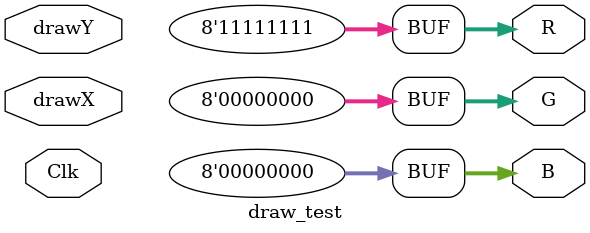
<source format=sv>
module draw_test(
    input [9:0] drawX, drawY,
    input Clk,
    output logic [7:0]  R, G, B 
);



logic [23:0] out;
logic [19:0] read_address;
logic [3:0] index;


assign R = 8'hff; 
assign G = 8'h00;
assign B = 8'h00;

//mario_frameRAM get_mario
//    (
//    .read_address(read_address),
//    .Clk(Clk),
//    .data_Out(index)
//    );

// always_ff @ (posedge Clk)
// begin
//     case (index)
//             5'd0:  out <= 24'h800080;
//             5'd1:  out <= 24'hFFFDFB;
//             5'd2:  out <= 24'hB53121;
//             5'd3:  out <= 24'hF83800;
//             5'd4:  out <= 24'hE18300;
//             5'd5:  out <= 24'h1D7B01;
//             5'd6:  out <= 24'hAC7C00;
//             5'd7:  out <= 24'hD4E7C7;
//             5'd8:  out <= 24'h057987;
//             5'd9:  out <= 24'h000000;
//     endcase
// end

//assign R = out[23:16];
//assign G = out[15:8];
//assign B = out[7:0];


endmodule

</source>
